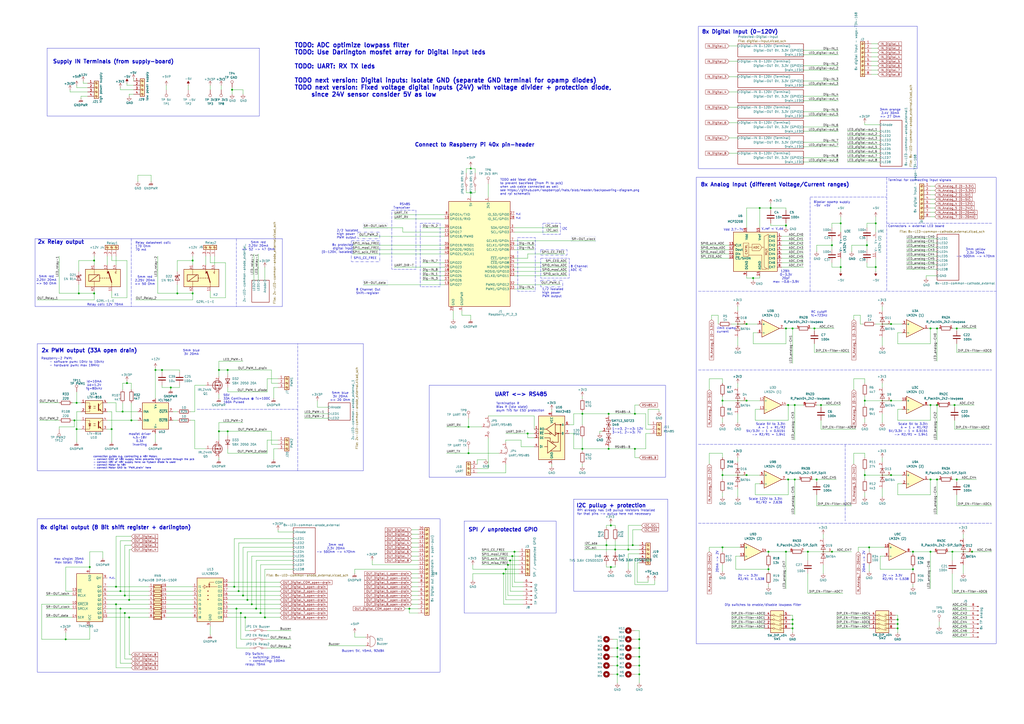
<source format=kicad_sch>
(kicad_sch
	(version 20231120)
	(generator "eeschema")
	(generator_version "8.0")
	(uuid "af4d11a6-73e1-4c39-a25e-5fe7dfa07237")
	(paper "A2")
	
	(junction
		(at 140.97 345.44)
		(diameter 0)
		(color 0 0 0 0)
		(uuid "01a8e618-7e14-4882-9136-a12536116a47")
	)
	(junction
		(at 237.49 353.06)
		(diameter 0)
		(color 0 0 0 0)
		(uuid "01c225b5-cd2c-42cd-9a9e-dd1eb69e7a46")
	)
	(junction
		(at 294.64 327.66)
		(diameter 0)
		(color 0 0 0 0)
		(uuid "05305efd-1dbd-4d1b-9814-028567a7094e")
	)
	(junction
		(at 137.16 353.06)
		(diameter 0)
		(color 0 0 0 0)
		(uuid "05eca1c0-0042-44d8-82a8-b1f48175c33d")
	)
	(junction
		(at 368.3 260.35)
		(diameter 0)
		(color 0 0 0 0)
		(uuid "06f335d7-63de-4572-a20a-022b6c7f93c9")
	)
	(junction
		(at 364.49 318.77)
		(diameter 0)
		(color 0 0 0 0)
		(uuid "072c8fc6-89d0-4715-8ea4-dd9134761f17")
	)
	(junction
		(at 351.79 316.23)
		(diameter 0)
		(color 0 0 0 0)
		(uuid "07823899-5798-4592-8eff-8b1fe5858f30")
	)
	(junction
		(at 358.14 381)
		(diameter 0)
		(color 0 0 0 0)
		(uuid "08257806-6a62-48e1-afe8-11841934bc89")
	)
	(junction
		(at 71.12 238.76)
		(diameter 0)
		(color 0 0 0 0)
		(uuid "0eedc99b-ff42-4961-8286-6066dee5c8fe")
	)
	(junction
		(at 508 129.54)
		(diameter 0)
		(color 0 0 0 0)
		(uuid "0f3fa599-affa-44c6-8b85-24ce12db14ea")
	)
	(junction
		(at 67.31 340.36)
		(diameter 0)
		(color 0 0 0 0)
		(uuid "10026633-9ac7-4b72-aa53-10151f42da81")
	)
	(junction
		(at 64.77 248.92)
		(diameter 0)
		(color 0 0 0 0)
		(uuid "11580b8b-6675-41d3-b33d-e1ed958eda93")
	)
	(junction
		(at 153.67 358.14)
		(diameter 0)
		(color 0 0 0 0)
		(uuid "119c3b35-4b9f-4318-9220-02559deba15e")
	)
	(junction
		(at 73.66 222.25)
		(diameter 0)
		(color 0 0 0 0)
		(uuid "14ee932b-b4bf-415b-ab21-01e0b930417b")
	)
	(junction
		(at 516.89 232.41)
		(diameter 0)
		(color 0 0 0 0)
		(uuid "14fcd33f-6a27-4b5c-bd8a-16602ae94ce3")
	)
	(junction
		(at 353.06 240.03)
		(diameter 0)
		(color 0 0 0 0)
		(uuid "1827b75e-5515-4844-a399-117e6918fd73")
	)
	(junction
		(at 354.33 328.93)
		(diameter 0)
		(color 0 0 0 0)
		(uuid "1c476741-4a7f-44e7-a84a-5b0fc50d1df8")
	)
	(junction
		(at 487.68 154.94)
		(diameter 0)
		(color 0 0 0 0)
		(uuid "1f83392c-f6f4-4c47-92c7-6541609902a5")
	)
	(junction
		(at 508 154.94)
		(diameter 0)
		(color 0 0 0 0)
		(uuid "1ff1815a-ddb0-4907-bed1-18b8fe5665e3")
	)
	(junction
		(at 461.01 234.95)
		(diameter 0)
		(color 0 0 0 0)
		(uuid "209182a8-b4b9-40cd-b5b2-bd90b860e927")
	)
	(junction
		(at 54.61 151.13)
		(diameter 0)
		(color 0 0 0 0)
		(uuid "213f96fc-26d9-4cf1-83bd-f4336ef00b81")
	)
	(junction
		(at 102.87 170.18)
		(diameter 0)
		(color 0 0 0 0)
		(uuid "236f3f4e-76e9-4351-baf1-7665cdb427aa")
	)
	(junction
		(at 146.05 350.52)
		(diameter 0)
		(color 0 0 0 0)
		(uuid "24719f92-8210-4aa7-b4fb-885fcf560860")
	)
	(junction
		(at 127 214.63)
		(diameter 0)
		(color 0 0 0 0)
		(uuid "2a544a35-89e9-4403-a76e-deca404b0df4")
	)
	(junction
		(at 337.82 240.03)
		(diameter 0)
		(color 0 0 0 0)
		(uuid "2d47b40e-d23f-458b-8bda-f40f4a63d16c")
	)
	(junction
		(at 461.01 278.13)
		(diameter 0)
		(color 0 0 0 0)
		(uuid "2ec783c1-8b84-46a4-83e0-9e6bdd9d83e1")
	)
	(junction
		(at 419.1 275.59)
		(diameter 0)
		(color 0 0 0 0)
		(uuid "2f3e2706-66a2-4ddc-84d7-d0f87e408bee")
	)
	(junction
		(at 358.14 391.16)
		(diameter 0)
		(color 0 0 0 0)
		(uuid "30eb7102-40a1-423f-af53-d597c277def6")
	)
	(junction
		(at 433.07 187.96)
		(diameter 0)
		(color 0 0 0 0)
		(uuid "322a1d28-d972-4b68-a81b-9e541f249074")
	)
	(junction
		(at 539.75 234.95)
		(diameter 0)
		(color 0 0 0 0)
		(uuid "3ae78f7f-94a6-4485-a6b5-d7ce73e1abef")
	)
	(junction
		(at 516.89 187.96)
		(diameter 0)
		(color 0 0 0 0)
		(uuid "3b4b0fd5-c991-4a1b-b89c-c6b2bfe001ca")
	)
	(junction
		(at 44.45 233.68)
		(diameter 0)
		(color 0 0 0 0)
		(uuid "3c610d6d-cd11-4e18-9d10-ffa22d04497a")
	)
	(junction
		(at 52.07 328.93)
		(diameter 0)
		(color 0 0 0 0)
		(uuid "3c754c5e-b249-46c4-9d05-9f550316aca5")
	)
	(junction
		(at 273.05 111.76)
		(diameter 0)
		(color 0 0 0 0)
		(uuid "401df33a-bfc8-4102-a832-13b9d72f27f9")
	)
	(junction
		(at 447.04 120.65)
		(diameter 0)
		(color 0 0 0 0)
		(uuid "42f8f2a2-d4f1-4f85-a7f3-af76fd15f334")
	)
	(junction
		(at 539.75 190.5)
		(diameter 0)
		(color 0 0 0 0)
		(uuid "4c28afa4-cb18-4457-bfd3-5c53dabd8baa")
	)
	(junction
		(at 67.31 350.52)
		(diameter 0)
		(color 0 0 0 0)
		(uuid "4dd49bce-72c0-4885-aaa1-4fc2ceee5ed9")
	)
	(junction
		(at 293.37 330.2)
		(diameter 0)
		(color 0 0 0 0)
		(uuid "4e253152-ce51-433a-bba8-8c16e7a62d28")
	)
	(junction
		(at 436.88 161.29)
		(diameter 0)
		(color 0 0 0 0)
		(uuid "4e57230f-aabe-47d0-b863-f2adc3d1ffe4")
	)
	(junction
		(at 554.99 278.13)
		(diameter 0)
		(color 0 0 0 0)
		(uuid "5350fbf4-d95b-437a-9686-20f0bf58d3a4")
	)
	(junction
		(at 356.87 318.77)
		(diameter 0)
		(color 0 0 0 0)
		(uuid "53d66afe-70cb-456e-9b1b-03e37a30427c")
	)
	(junction
		(at 539.75 278.13)
		(diameter 0)
		(color 0 0 0 0)
		(uuid "5453c15f-3da7-498f-b4d4-eefd4a32800e")
	)
	(junction
		(at 482.6 142.24)
		(diameter 0)
		(color 0 0 0 0)
		(uuid "55a82554-799d-4bb3-8181-718182c3900f")
	)
	(junction
		(at 501.65 232.41)
		(diameter 0)
		(color 0 0 0 0)
		(uuid "57a339c8-b411-45ff-a169-a3416d23d890")
	)
	(junction
		(at 111.76 170.18)
		(diameter 0)
		(color 0 0 0 0)
		(uuid "58641e9a-dfea-4a17-a599-d3f20704b922")
	)
	(junction
		(at 370.84 386.08)
		(diameter 0)
		(color 0 0 0 0)
		(uuid "58dccc51-9004-41fb-ad0d-5592fc6a349d")
	)
	(junction
		(at 539.75 320.04)
		(diameter 0)
		(color 0 0 0 0)
		(uuid "5ebeab69-b597-43d2-ab3a-c72fec21131d")
	)
	(junction
		(at 504.19 317.5)
		(diameter 0)
		(color 0 0 0 0)
		(uuid "5fbe9979-8f7b-4932-9184-a4d03c15d4fe")
	)
	(junction
		(at 476.25 234.95)
		(diameter 0)
		(color 0 0 0 0)
		(uuid "5fd46808-879e-44b8-af18-96d3e87ab16f")
	)
	(junction
		(at 354.33 304.8)
		(diameter 0)
		(color 0 0 0 0)
		(uuid "60649139-4bdd-472e-9af5-360b27505cfe")
	)
	(junction
		(at 370.84 391.16)
		(diameter 0)
		(color 0 0 0 0)
		(uuid "60a6d836-72d0-4313-9d09-432095eb272f")
	)
	(junction
		(at 295.91 325.12)
		(diameter 0)
		(color 0 0 0 0)
		(uuid "64cc4205-6b81-48b6-affd-d8656f4e6bce")
	)
	(junction
		(at 529.59 320.04)
		(diameter 0)
		(color 0 0 0 0)
		(uuid "67352b46-f9e5-4f25-b773-3d42ff5e5699")
	)
	(junction
		(at 419.1 317.5)
		(diameter 0)
		(color 0 0 0 0)
		(uuid "6e2b59ba-643e-42d5-abe7-fae3afd30e18")
	)
	(junction
		(at 90.17 214.63)
		(diameter 0)
		(color 0 0 0 0)
		(uuid "6f8dae14-e5bb-4ed3-8136-992dd6b276bb")
	)
	(junction
		(at 440.69 120.65)
		(diameter 0)
		(color 0 0 0 0)
		(uuid "71c80c36-cea0-487c-bcb3-ac90e6cf6909")
	)
	(junction
		(at 501.65 275.59)
		(diameter 0)
		(color 0 0 0 0)
		(uuid "72cd6455-fb65-4b52-8421-80100f0ddc8f")
	)
	(junction
		(at 69.85 342.9)
		(diameter 0)
		(color 0 0 0 0)
		(uuid "751fb691-f4d4-4afb-8c99-237d44216e6a")
	)
	(junction
		(at 143.51 347.98)
		(diameter 0)
		(color 0 0 0 0)
		(uuid "75331210-328d-4b01-a051-ab734c1e4329")
	)
	(junction
		(at 370.84 370.84)
		(diameter 0)
		(color 0 0 0 0)
		(uuid "77fd0bd9-a653-46a2-a6ea-e0ff86286382")
	)
	(junction
		(at 455.93 130.81)
		(diameter 0)
		(color 0 0 0 0)
		(uuid "7b6a19d9-d84c-4ace-9ad2-e52657e5669a")
	)
	(junction
		(at 543.56 190.5)
		(diameter 0)
		(color 0 0 0 0)
		(uuid "7c4690e7-c7bf-4226-a178-dc9e53dc51ed")
	)
	(junction
		(at 445.77 320.04)
		(diameter 0)
		(color 0 0 0 0)
		(uuid "7eee6ae0-e862-4cf5-a20a-077da3b5824a")
	)
	(junction
		(at 358.14 375.92)
		(diameter 0)
		(color 0 0 0 0)
		(uuid "8445ba9c-2e95-4eb0-ba3f-795d556ef72f")
	)
	(junction
		(at 38.1 370.84)
		(diameter 0)
		(color 0 0 0 0)
		(uuid "84b82d7c-5f92-4073-bceb-03310c6207ac")
	)
	(junction
		(at 472.44 190.5)
		(diameter 0)
		(color 0 0 0 0)
		(uuid "85be4b5b-1dd3-4429-a51f-714f415e4cb3")
	)
	(junction
		(at 516.89 275.59)
		(diameter 0)
		(color 0 0 0 0)
		(uuid "86f80d78-9680-4044-9ea8-382a544e1180")
	)
	(junction
		(at 306.07 251.46)
		(diameter 0)
		(color 0 0 0 0)
		(uuid "8ba0df70-00b9-477d-a1d9-09e132e0196c")
	)
	(junction
		(at 502.92 142.24)
		(diameter 0)
		(color 0 0 0 0)
		(uuid "8e2b91a7-a806-46dd-8017-558f66a7d5aa")
	)
	(junction
		(at 93.98 214.63)
		(diameter 0)
		(color 0 0 0 0)
		(uuid "900094c6-ad82-42ce-b9e4-bbff1fbd4f7d")
	)
	(junction
		(at 370.84 375.92)
		(diameter 0)
		(color 0 0 0 0)
		(uuid "92b51d51-f5fb-410e-bbe5-38b96764124c")
	)
	(junction
		(at 271.78 262.89)
		(diameter 0)
		(color 0 0 0 0)
		(uuid "98441d78-d77f-486a-92ea-3668d01ee127")
	)
	(junction
		(at 543.56 234.95)
		(diameter 0)
		(color 0 0 0 0)
		(uuid "9857da2e-fa86-4979-a30f-81191067da5a")
	)
	(junction
		(at 292.1 332.74)
		(diameter 0)
		(color 0 0 0 0)
		(uuid "9867b519-f5bd-4ee4-8781-727026525927")
	)
	(junction
		(at 459.74 359.41)
		(diameter 0)
		(color 0 0 0 0)
		(uuid "98c11e17-da75-489b-919d-abd5b90d75d6")
	)
	(junction
		(at 520.7 364.49)
		(diameter 0)
		(color 0 0 0 0)
		(uuid "9905ae76-43d5-46fd-ab04-63b3bd0b1c1a")
	)
	(junction
		(at 529.59 330.2)
		(diameter 0)
		(color 0 0 0 0)
		(uuid "9f9cd4a1-53b7-4b90-939d-1f42f0144daf")
	)
	(junction
		(at 72.39 345.44)
		(diameter 0)
		(color 0 0 0 0)
		(uuid "a02a0c35-7237-4690-930d-ae7d81a03d46")
	)
	(junction
		(at 433.07 275.59)
		(diameter 0)
		(color 0 0 0 0)
		(uuid "a0fb1850-0f46-4c36-b798-547b535c42df")
	)
	(junction
		(at 44.45 248.92)
		(diameter 0)
		(color 0 0 0 0)
		(uuid "a156600e-b17b-40ee-9338-2875dd6af119")
	)
	(junction
		(at 459.74 364.49)
		(diameter 0)
		(color 0 0 0 0)
		(uuid "a2aaf358-b70a-40ed-8891-c2b838783341")
	)
	(junction
		(at 543.56 278.13)
		(diameter 0)
		(color 0 0 0 0)
		(uuid "a647ae42-673a-4b30-ba91-f5c0de2d1fb1")
	)
	(junction
		(at 419.1 232.41)
		(diameter 0)
		(color 0 0 0 0)
		(uuid "a8916f2a-3760-4408-a711-e8008e50a42d")
	)
	(junction
		(at 473.71 278.13)
		(diameter 0)
		(color 0 0 0 0)
		(uuid "a8b20a5e-2fbe-4704-8e22-2faf27846df8")
	)
	(junction
		(at 553.72 234.95)
		(diameter 0)
		(color 0 0 0 0)
		(uuid "aad29792-d123-4844-9da8-1df2be24a9d5")
	)
	(junction
		(at 45.72 170.18)
		(diameter 0)
		(color 0 0 0 0)
		(uuid "ac1970be-fc9a-493a-b832-4f526b5d8a6f")
	)
	(junction
		(at 367.03 316.23)
		(diameter 0)
		(color 0 0 0 0)
		(uuid "ac4ac232-9a0f-4efe-bd40-aa7c1fcbaeed")
	)
	(junction
		(at 142.24 358.14)
		(diameter 0)
		(color 0 0 0 0)
		(uuid "b03b65c9-d63a-4b4e-b4bc-bfd5bb85047b")
	)
	(junction
		(at 134.62 52.07)
		(diameter 0)
		(color 0 0 0 0)
		(uuid "b1b4e282-b41e-4806-9700-a7c6fbc133b2")
	)
	(junction
		(at 138.43 342.9)
		(diameter 0)
		(color 0 0 0 0)
		(uuid "b2e04b3a-0203-4e9b-b5fb-44711c9651f5")
	)
	(junction
		(at 99.06 224.79)
		(diameter 0)
		(color 0 0 0 0)
		(uuid "b650fb0f-f91e-4bab-945c-20253961cf93")
	)
	(junction
		(at 368.3 240.03)
		(diameter 0)
		(color 0 0 0 0)
		(uuid "b75f83a7-ff43-422c-8aef-b23c65dc9f58")
	)
	(junction
		(at 433.07 232.41)
		(diameter 0)
		(color 0 0 0 0)
		(uuid "b8cbbf2c-6947-4c47-a76a-df98369a49e2")
	)
	(junction
		(at 445.77 330.2)
		(diameter 0)
		(color 0 0 0 0)
		(uuid "bc0e8895-a168-4b32-a3ae-032222041331")
	)
	(junction
		(at 273.05 97.79)
		(diameter 0)
		(color 0 0 0 0)
		(uuid "c141ea30-0a7b-45f8-a452-2c0244bcf9aa")
	)
	(junction
		(at 111.76 151.13)
		(diameter 0)
		(color 0 0 0 0)
		(uuid "c25e2208-2d4a-4a5d-b1b6-520bc7405c20")
	)
	(junction
		(at 72.39 355.6)
		(diameter 0)
		(color 0 0 0 0)
		(uuid "c2a7d60c-8406-4629-9f9f-20facc991908")
	)
	(junction
		(at 127 250.19)
		(diameter 0)
		(color 0 0 0 0)
		(uuid "c583ebaa-dbb1-42bf-9503-cd46d9d9c934")
	)
	(junction
		(at 468.63 320.04)
		(diameter 0)
		(color 0 0 0 0)
		(uuid "c6fd9455-a40f-495c-b522-dad68ccccb40")
	)
	(junction
		(at 69.85 353.06)
		(diameter 0)
		(color 0 0 0 0)
		(uuid "c7252f51-5593-44ea-9ef0-15644cb2b836")
	)
	(junction
		(at 482.6 320.04)
		(diameter 0)
		(color 0 0 0 0)
		(uuid "c7d2abe6-56ee-45d0-91ba-2bdad49697be")
	)
	(junction
		(at 554.99 190.5)
		(diameter 0)
		(color 0 0 0 0)
		(uuid "c9a1a788-271b-4313-91ac-1eb41a1be2d1")
	)
	(junction
		(at 74.93 347.98)
		(diameter 0)
		(color 0 0 0 0)
		(uuid "ca97fd06-a20b-4255-9402-c6f0775648c9")
	)
	(junction
		(at 563.88 320.04)
		(diameter 0)
		(color 0 0 0 0)
		(uuid "cb011434-a4b0-4556-a812-d331c49ca2c1")
	)
	(junction
		(at 297.18 322.58)
		(diameter 0)
		(color 0 0 0 0)
		(uuid "ccfc0193-cd4b-4bd1-9adb-8688e97bfa23")
	)
	(junction
		(at 151.13 355.6)
		(diameter 0)
		(color 0 0 0 0)
		(uuid "cdb7cae5-fc07-4bbc-8ee6-837fb3913bf1")
	)
	(junction
		(at 455.93 320.04)
		(diameter 0)
		(color 0 0 0 0)
		(uuid "d3002e4b-d3e1-40cc-9b8a-5d2c7334c6dd")
	)
	(junction
		(at 520.7 361.95)
		(diameter 0)
		(color 0 0 0 0)
		(uuid "d3c25f2f-519c-4e8a-bf2d-451e91de8263")
	)
	(junction
		(at 459.74 190.5)
		(diameter 0)
		(color 0 0 0 0)
		(uuid "d5958f52-db39-4d96-9f5c-46cc0e0a9c13")
	)
	(junction
		(at 353.06 260.35)
		(diameter 0)
		(color 0 0 0 0)
		(uuid "d5f0980c-b894-41c8-ad9a-99d84da95533")
	)
	(junction
		(at 132.08 250.19)
		(diameter 0)
		(color 0 0 0 0)
		(uuid "d7f6abff-a394-48b0-8295-d13e407a04cb")
	)
	(junction
		(at 487.68 129.54)
		(diameter 0)
		(color 0 0 0 0)
		(uuid "d8d7fb1f-bb4d-4c93-8aa7-905c20aefd85")
	)
	(junction
		(at 358.14 386.08)
		(diameter 0)
		(color 0 0 0 0)
		(uuid "d8d95aad-526c-4d3e-9a9b-fefcb78efcaa")
	)
	(junction
		(at 552.45 320.04)
		(diameter 0)
		(color 0 0 0 0)
		(uuid "dd672ca4-9aed-4510-a18a-eaf4c4b1b5b2")
	)
	(junction
		(at 298.45 320.04)
		(diameter 0)
		(color 0 0 0 0)
		(uuid "dd9c1b13-9084-449b-9bee-5e037521464a")
	)
	(junction
		(at 520.7 359.41)
		(diameter 0)
		(color 0 0 0 0)
		(uuid "df62cb63-19fa-46f2-9a5a-93a304b5a69d")
	)
	(junction
		(at 271.78 247.65)
		(diameter 0)
		(color 0 0 0 0)
		(uuid "df678c17-c7d1-407d-803a-c886081558ed")
	)
	(junction
		(at 457.2 234.95)
		(diameter 0)
		(color 0 0 0 0)
		(uuid "e06e2f01-d838-48f6-8efa-7e05b926ca29")
	)
	(junction
		(at 54.61 170.18)
		(diameter 0)
		(color 0 0 0 0)
		(uuid "e0fcc60c-adef-4503-b67d-31eec596d694")
	)
	(junction
		(at 148.59 353.06)
		(diameter 0)
		(color 0 0 0 0)
		(uuid "e3108376-7dad-4cc8-8861-63d384004879")
	)
	(junction
		(at 76.2 243.84)
		(diameter 0)
		(color 0 0 0 0)
		(uuid "e5b099e1-f557-4448-b3d0-b283fc211558")
	)
	(junction
		(at 135.89 340.36)
		(diameter 0)
		(color 0 0 0 0)
		(uuid "e5bd5461-5bb2-4b08-87c8-6e463ef8db0a")
	)
	(junction
		(at 132.08 214.63)
		(diameter 0)
		(color 0 0 0 0)
		(uuid "e8615103-e90c-4f75-b440-b8fad443ff1e")
	)
	(junction
		(at 43.18 243.84)
		(diameter 0)
		(color 0 0 0 0)
		(uuid "e888c988-fb5e-4161-b771-d1f510c9d0b9")
	)
	(junction
		(at 337.82 260.35)
		(diameter 0)
		(color 0 0 0 0)
		(uuid "ed02a82a-9a4c-446b-b18a-c2e77fed11fa")
	)
	(junction
		(at 457.2 278.13)
		(diameter 0)
		(color 0 0 0 0)
		(uuid "ef6c709f-f6a8-4332-b336-2fc745163133")
	)
	(junction
		(at 459.74 361.95)
		(diameter 0)
		(color 0 0 0 0)
		(uuid "f4dadaf2-7795-4ea6-a683-80336635a387")
	)
	(junction
		(at 370.84 381)
		(diameter 0)
		(color 0 0 0 0)
		(uuid "f8e84513-ffe1-4837-b530-90ecbd0bf285")
	)
	(junction
		(at 139.7 355.6)
		(diameter 0)
		(color 0 0 0 0)
		(uuid "fae7fc45-5150-4de6-9de8-a36ec31aa312")
	)
	(junction
		(at 455.93 190.5)
		(diameter 0)
		(color 0 0 0 0)
		(uuid "fbce1fdb-db5b-4f19-bbb5-0a9c27bcbc89")
	)
	(junction
		(at 74.93 358.14)
		(diameter 0)
		(color 0 0 0 0)
		(uuid "fcfc1728-3653-4623-b7b5-a4e4cd6811ba")
	)
	(wire
		(pts
			(xy 455.93 129.54) (xy 455.93 130.81)
		)
		(stroke
			(width 0)
			(type default)
		)
		(uuid "0054231e-6c1c-4b62-a261-da803b448710")
	)
	(wire
		(pts
			(xy 491.49 78.74) (xy 510.54 78.74)
		)
		(stroke
			(width 0)
			(type default)
		)
		(uuid "0059a5bd-5d4e-41f1-b8bf-105e91bea211")
	)
	(wire
		(pts
			(xy 496.57 248.92) (xy 476.25 248.92)
		)
		(stroke
			(width 0)
			(type default)
		)
		(uuid "007352d0-4393-4d19-8efc-d51e28cb77e4")
	)
	(wire
		(pts
			(xy 238.76 320.04) (xy 242.57 320.04)
		)
		(stroke
			(width 0)
			(type default)
		)
		(uuid "00818073-0ff6-4df9-84ad-d009831f149e")
	)
	(wire
		(pts
			(xy 62.23 243.84) (xy 76.2 243.84)
		)
		(stroke
			(width 0)
			(type default)
		)
		(uuid "00912cef-7458-4250-9601-851325c17234")
	)
	(wire
		(pts
			(xy 62.23 233.68) (xy 67.31 233.68)
		)
		(stroke
			(width 0)
			(type default)
		)
		(uuid "00e44004-c513-4de5-a722-c1ec9c261caa")
	)
	(wire
		(pts
			(xy 419.1 327.66) (xy 419.1 331.47)
		)
		(stroke
			(width 0)
			(type default)
		)
		(uuid "00ef2f56-37bd-4ed0-aeb9-aa019bd24e2f")
	)
	(wire
		(pts
			(xy 139.7 370.84) (xy 139.7 355.6)
		)
		(stroke
			(width 0)
			(type default)
		)
		(uuid "00fdba94-28e0-4b7e-a3f6-8468a273182f")
	)
	(wire
		(pts
			(xy 553.72 234.95) (xy 553.72 236.22)
		)
		(stroke
			(width 0)
			(type default)
		)
		(uuid "01a5f7f5-381b-4726-8886-b420b25ccedd")
	)
	(wire
		(pts
			(xy 132.08 353.06) (xy 137.16 353.06)
		)
		(stroke
			(width 0)
			(type default)
		)
		(uuid "01f70877-5d35-4473-8154-b32633fb4439")
	)
	(wire
		(pts
			(xy 90.17 214.63) (xy 93.98 214.63)
		)
		(stroke
			(width 0)
			(type default)
		)
		(uuid "02432959-10b0-4f2a-af2d-7311d5fec00d")
	)
	(wire
		(pts
			(xy 486.41 31.75) (xy 466.09 31.75)
		)
		(stroke
			(width 0)
			(type default)
		)
		(uuid "025ad35c-64b0-47a8-a900-f118fd03ec35")
	)
	(wire
		(pts
			(xy 270.51 111.76) (xy 273.05 111.76)
		)
		(stroke
			(width 0)
			(type default)
		)
		(uuid "02629f80-2850-40af-b117-d301cbd2e1ca")
	)
	(wire
		(pts
			(xy 274.32 330.2) (xy 293.37 330.2)
		)
		(stroke
			(width 0)
			(type default)
		)
		(uuid "02a344d2-8b47-43f6-b628-b060a6ff1a34")
	)
	(wire
		(pts
			(xy 537.21 160.02) (xy 543.56 160.02)
		)
		(stroke
			(width 0)
			(type default)
		)
		(uuid "02ca2bcb-dc3d-41b8-b3bb-d6980a38a62d")
	)
	(wire
		(pts
			(xy 52.07 330.2) (xy 52.07 328.93)
		)
		(stroke
			(width 0)
			(type default)
		)
		(uuid "02caf3da-4dfe-464a-bed0-55c975aa32ca")
	)
	(wire
		(pts
			(xy 487.68 125.73) (xy 487.68 129.54)
		)
		(stroke
			(width 0)
			(type default)
		)
		(uuid "02dea10a-f229-486d-876a-a071096eeead")
	)
	(wire
		(pts
			(xy 245.11 152.4) (xy 257.81 152.4)
		)
		(stroke
			(width 0)
			(type default)
		)
		(uuid "02f927d2-46f0-4067-bb2c-7b5ed625f8eb")
	)
	(wire
		(pts
			(xy 157.48 250.19) (xy 157.48 257.81)
		)
		(stroke
			(width 0)
			(type default)
		)
		(uuid "030da04f-bb6a-49d5-a07a-b1ac13ef0d2c")
	)
	(wire
		(pts
			(xy 516.89 275.59) (xy 523.24 275.59)
		)
		(stroke
			(width 0)
			(type default)
		)
		(uuid "0402a363-6ddc-4245-b79d-651ce5e2b849")
	)
	(wire
		(pts
			(xy 457.2 234.95) (xy 461.01 234.95)
		)
		(stroke
			(width 0)
			(type default)
		)
		(uuid "04304b2e-0c68-4a14-bbe0-0e23cac30e94")
	)
	(wire
		(pts
			(xy 176.53 242.57) (xy 190.5 242.57)
		)
		(stroke
			(width 0)
			(type default)
		)
		(uuid "0441f777-da59-4d51-9ce1-7f52d2030a3b")
	)
	(wire
		(pts
			(xy 351.79 306.07) (xy 351.79 304.8)
		)
		(stroke
			(width 0)
			(type default)
		)
		(uuid "0445f1c5-cbd7-41f2-81d5-6122602375c6")
	)
	(wire
		(pts
			(xy 563.88 320.04) (xy 575.31 320.04)
		)
		(stroke
			(width 0)
			(type default)
		)
		(uuid "044788d0-021d-486d-a9d3-fdae59027b7a")
	)
	(polyline
		(pts
			(xy 114.3 237.49) (xy 172.72 237.49)
		)
		(stroke
			(width 0)
			(type dash)
		)
		(uuid "0562829c-78ed-418e-bf83-3ad41711062d")
	)
	(wire
		(pts
			(xy 73.66 151.13) (xy 73.66 172.72)
		)
		(stroke
			(width 0)
			(type default)
		)
		(uuid "05769be8-6486-49a6-96aa-282d535c7d39")
	)
	(wire
		(pts
			(xy 433.07 132.08) (xy 433.07 120.65)
		)
		(stroke
			(width 0)
			(type default)
		)
		(uuid "05c7cccb-cca5-4623-97c8-040d9b4df307")
	)
	(wire
		(pts
			(xy 67.31 340.36) (xy 86.36 340.36)
		)
		(stroke
			(width 0)
			(type default)
		)
		(uuid "060a1e46-185f-46d5-bb25-4b502bfab042")
	)
	(wire
		(pts
			(xy 453.39 137.16) (xy 466.09 137.16)
		)
		(stroke
			(width 0)
			(type default)
		)
		(uuid "068083fa-fce7-43b5-8463-4f98840e7a26")
	)
	(wire
		(pts
			(xy 73.66 172.72) (xy 64.77 172.72)
		)
		(stroke
			(width 0)
			(type default)
		)
		(uuid "06a1b25e-5913-4cbd-a6dc-df54f02c3062")
	)
	(wire
		(pts
			(xy 76.2 313.69) (xy 69.85 313.69)
		)
		(stroke
			(width 0)
			(type default)
		)
		(uuid "0768423a-ac1c-4f99-9532-7ef87789f549")
	)
	(wire
		(pts
			(xy 96.52 342.9) (xy 111.76 342.9)
		)
		(stroke
			(width 0)
			(type default)
		)
		(uuid "07df2798-ce49-4d2e-88d1-304e7370129e")
	)
	(wire
		(pts
			(xy 273.05 182.88) (xy 273.05 185.42)
		)
		(stroke
			(width 0)
			(type default)
		)
		(uuid "07f79494-8767-4e73-b134-542e489a4daa")
	)
	(wire
		(pts
			(xy 511.81 265.43) (xy 511.81 267.97)
		)
		(stroke
			(width 0)
			(type default)
		)
		(uuid "086ffce1-bece-47de-afff-a5272daa684c")
	)
	(wire
		(pts
			(xy 543.56 278.13) (xy 544.83 278.13)
		)
		(stroke
			(width 0)
			(type default)
		)
		(uuid "08d4afc6-7a52-4c48-90ea-de03339f3fec")
	)
	(wire
		(pts
			(xy 438.15 280.67) (xy 438.15 287.02)
		)
		(stroke
			(width 0)
			(type default)
		)
		(uuid "08da2754-5954-4cc6-88b7-c43418808a5f")
	)
	(wire
		(pts
			(xy 238.76 332.74) (xy 242.57 332.74)
		)
		(stroke
			(width 0)
			(type default)
		)
		(uuid "09105bff-0442-453e-b260-c98527da345d")
	)
	(wire
		(pts
			(xy 453.39 139.7) (xy 466.09 139.7)
		)
		(stroke
			(width 0)
			(type default)
		)
		(uuid "0932f8bf-1781-41f0-8075-3b7e84ddb5c7")
	)
	(wire
		(pts
			(xy 64.77 248.92) (xy 64.77 238.76)
		)
		(stroke
			(width 0)
			(type default)
		)
		(uuid "09c9e21f-8206-47ae-a9c8-c044bfbcae4a")
	)
	(wire
		(pts
			(xy 501.65 273.05) (xy 501.65 275.59)
		)
		(stroke
			(width 0)
			(type default)
		)
		(uuid "09d9a41a-af3c-4a91-ad4d-2c3b79cf9ec7")
	)
	(wire
		(pts
			(xy 52.07 363.22) (xy 52.07 370.84)
		)
		(stroke
			(width 0)
			(type default)
		)
		(uuid "0a051774-4cbb-4b66-bf37-8910fac947bb")
	)
	(wire
		(pts
			(xy 62.23 358.14) (xy 74.93 358.14)
		)
		(stroke
			(width 0)
			(type default)
		)
		(uuid "0aa33d96-2e44-4442-b63d-f8ede3d506ac")
	)
	(wire
		(pts
			(xy 375.92 237.49) (xy 375.92 246.38)
		)
		(stroke
			(width 0)
			(type default)
		)
		(uuid "0ac0da6d-7a79-4bb6-aac5-dbd7e02f6a35")
	)
	(wire
		(pts
			(xy 157.48 257.81) (xy 161.29 257.81)
		)
		(stroke
			(width 0)
			(type default)
		)
		(uuid "0af3e3f5-4871-4f0a-9b10-f4cd810203b5")
	)
	(wire
		(pts
			(xy 419.1 262.89) (xy 419.1 265.43)
		)
		(stroke
			(width 0)
			(type default)
		)
		(uuid "0b798a4e-ae38-46ca-9967-253a2656e0f1")
	)
	(wire
		(pts
			(xy 69.85 384.81) (xy 69.85 353.06)
		)
		(stroke
			(width 0)
			(type default)
		)
		(uuid "0d64bcbd-9b4c-4f6e-98d3-beab5b2606b6")
	)
	(wire
		(pts
			(xy 458.47 361.95) (xy 459.74 361.95)
		)
		(stroke
			(width 0)
			(type default)
		)
		(uuid "0ee3f252-7bb8-434b-aa8b-9caf2c52cf77")
	)
	(wire
		(pts
			(xy 501.65 232.41) (xy 501.65 234.95)
		
... [507705 chars truncated]
</source>
